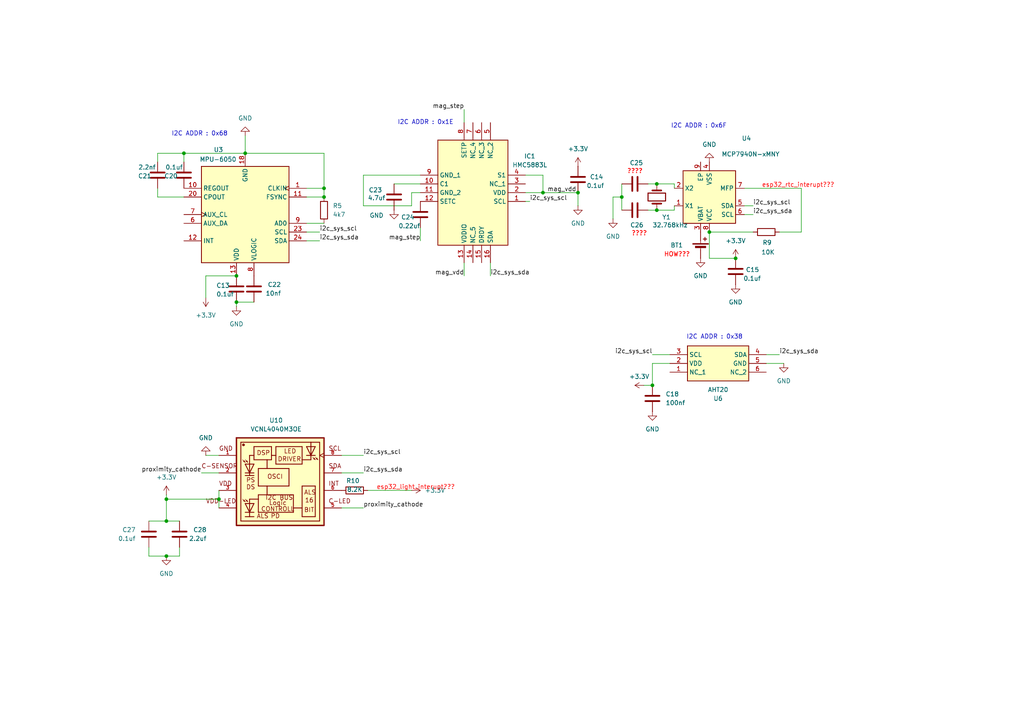
<source format=kicad_sch>
(kicad_sch (version 20240417) (generator "eeschema") (generator_version "8.99")
  (paper "A4")
  (lib_symbols
    (symbol "AHT20:AHT20"
      (property "Reference" "U" (at 24.13 7.62 0))
      (property "Value" "AHT20" (at 24.13 5.08 0))
      (symbol "AHT20_1_1"
        (rectangle (start 5.08 2.54) (end 22.86 -7.62) (stroke (width 0.254)) (fill (type background)))
        (pin passive line (at 0 0 0) (length 5.08) (name "NC_1") (number "1"))
        (pin passive line (at 0 -2.54 0) (length 5.08) (name "VDD") (number "2"))
        (pin passive line (at 0 -5.08 0) (length 5.08) (name "SCL") (number "3"))
        (pin passive line (at 27.94 -5.08 180) (length 5.08) (name "SDA") (number "4"))
        (pin passive line (at 27.94 -2.54 180) (length 5.08) (name "GND") (number "5"))
        (pin passive line (at 27.94 0 180) (length 5.08) (name "NC_2") (number "6"))
      )
    )
    (symbol "Device:Battery_Cell" (pin_numbers hide) (pin_names (offset 0) hide)
      (property "Reference" "BT" (at 2.54 2.54 0))
      (property "Value" "Battery_Cell" (at 2.54 0 0))
      (symbol "Battery_Cell_0_1"
        (rectangle (start -2.286 1.778) (end 2.286 1.524) (fill (type outline)))
        (rectangle (start -1.524 1.016) (end 1.524 0.508) (fill (type outline)))
        (polyline (pts (xy 0 1.778) (xy 0 2.54)))
        (polyline (pts (xy 0 0.762) (xy 0 0)))
        (polyline (pts (xy 0.762 3.048) (xy 1.778 3.048)) (stroke (width 0.254)))
        (polyline (pts (xy 1.27 3.556) (xy 1.27 2.54)) (stroke (width 0.254)))
      )
      (symbol "Battery_Cell_1_1"
        (pin passive line (at 0 5.08 270) (length 2.54) (name "+") (number "1"))
        (pin passive line (at 0 -2.54 90) (length 2.54) (name "-") (number "2"))
      )
    )
    (symbol "Device:C" (pin_numbers hide) (pin_names (offset 0.254))
      (property "Reference" "C" (at 0.635 2.54 0))
      (property "Value" "C" (at 0.635 -2.54 0))
      (symbol "C_0_1"
        (polyline (pts (xy -2.032 0.762) (xy 2.032 0.762)) (stroke (width 0.508)))
        (polyline (pts (xy -2.032 -0.762) (xy 2.032 -0.762)) (stroke (width 0.508)))
      )
      (symbol "C_1_1"
        (pin passive line (at 0 3.81 270) (length 2.794) (name "~") (number "1"))
        (pin passive line (at 0 -3.81 90) (length 2.794) (name "~") (number "2"))
      )
    )
    (symbol "Device:Crystal" (pin_numbers hide) (pin_names (offset 1.016) hide)
      (property "Reference" "Y" (at 0 3.81 0))
      (property "Value" "Crystal" (at 0 -3.81 0))
      (symbol "Crystal_0_1"
        (polyline (pts (xy -2.54 0) (xy -1.905 0)))
        (polyline (pts (xy -1.905 -1.27) (xy -1.905 1.27)) (stroke (width 0.508)))
        (rectangle (start -1.143 2.54) (end 1.143 -2.54) (stroke (width 0.3048)))
        (polyline (pts (xy 1.905 -1.27) (xy 1.905 1.27)) (stroke (width 0.508)))
        (polyline (pts (xy 2.54 0) (xy 1.905 0)))
      )
      (symbol "Crystal_1_1"
        (pin passive line (at -3.81 0 0) (length 1.27) (name "1") (number "1"))
        (pin passive line (at 3.81 0 180) (length 1.27) (name "2") (number "2"))
      )
    )
    (symbol "Device:R" (pin_numbers hide) (pin_names (offset 0))
      (property "Reference" "R" (at 2.032 0 90))
      (property "Value" "R" (at 0 0 90))
      (symbol "R_0_1"
        (rectangle (start -1.016 -2.54) (end 1.016 2.54) (stroke (width 0.254)))
      )
      (symbol "R_1_1"
        (pin passive line (at 0 3.81 270) (length 1.27) (name "~") (number "1"))
        (pin passive line (at 0 -3.81 90) (length 1.27) (name "~") (number "2"))
      )
    )
    (symbol "HMC5883L:HMC5883L"
      (property "Reference" "IC" (at 26.67 17.78 0))
      (property "Value" "HMC5883L" (at 26.67 15.24 0))
      (symbol "HMC5883L_1_1"
        (rectangle (start 5.08 12.7) (end 25.4 -17.78) (stroke (width 0.254)) (fill (type background)))
        (pin passive line (at 0 0 0) (length 5.08) (name "SCL") (number "1"))
        (pin passive line (at 30.48 -5.08 180) (length 5.08) (name "C1") (number "10"))
        (pin passive line (at 30.48 -2.54 180) (length 5.08) (name "GND_2") (number "11"))
        (pin passive line (at 30.48 0 180) (length 5.08) (name "SETC") (number "12"))
        (pin passive line (at 17.78 17.78 270) (length 5.08) (name "VDDIO") (number "13"))
        (pin passive line (at 15.24 17.78 270) (length 5.08) (name "NC_5") (number "14"))
        (pin passive line (at 12.7 17.78 270) (length 5.08) (name "DRDY") (number "15"))
        (pin passive line (at 10.16 17.78 270) (length 5.08) (name "SDA") (number "16"))
        (pin passive line (at 0 -2.54 0) (length 5.08) (name "VDD") (number "2"))
        (pin passive line (at 0 -5.08 0) (length 5.08) (name "NC_1") (number "3"))
        (pin passive line (at 0 -7.62 0) (length 5.08) (name "S1") (number "4"))
        (pin passive line (at 10.16 -22.86 90) (length 5.08) (name "NC_2") (number "5"))
        (pin passive line (at 12.7 -22.86 90) (length 5.08) (name "NC_3") (number "6"))
        (pin passive line (at 15.24 -22.86 90) (length 5.08) (name "NC_4") (number "7"))
        (pin passive line (at 17.78 -22.86 90) (length 5.08) (name "SETP") (number "8"))
        (pin passive line (at 30.48 -7.62 180) (length 5.08) (name "GND_1") (number "9"))
      )
    )
    (symbol "Sensor_Motion:MPU-6050"
      (property "Reference" "U" (at -11.43 13.97 0))
      (property "Value" "MPU-6050" (at 7.62 -15.24 0))
      (symbol "MPU-6050_0_0"
        (text "" (at 12.7 -2.54 0) (effects (font (size 1.27 1.27))))
      )
      (symbol "MPU-6050_0_1"
        (rectangle (start -12.7 13.97) (end 12.7 -13.97) (stroke (width 0.254)) (fill (type background)))
      )
      (symbol "MPU-6050_1_1"
        (pin input clock (at -17.78 -7.62 0) (length 5.08) (name "CLKIN") (number "1"))
        (pin passive line (at 17.78 -7.62 180) (length 5.08) (name "REGOUT") (number "10"))
        (pin input line (at -17.78 -5.08 0) (length 5.08) (name "FSYNC") (number "11"))
        (pin output line (at 17.78 7.62 180) (length 5.08) (name "INT") (number "12"))
        (pin power_in line (at 2.54 17.78 270) (length 3.81) (name "VDD") (number "13"))
        (pin no_connect line (at -12.7 -10.16 0) (length 2.54) hide (name "NC") (number "14"))
        (pin no_connect line (at 12.7 12.7 180) (length 2.54) hide (name "NC") (number "15"))
        (pin no_connect line (at 12.7 10.16 180) (length 2.54) hide (name "NC") (number "16"))
        (pin no_connect line (at 12.7 5.08 180) (length 2.54) hide (name "NC") (number "17"))
        (pin power_in line (at 0 -17.78 90) (length 3.81) (name "GND") (number "18"))
        (pin no_connect line (at 12.7 -10.16 180) (length 2.54) hide (name "RESV") (number "19"))
        (pin no_connect line (at -12.7 12.7 0) (length 2.54) hide (name "NC") (number "2"))
        (pin passive line (at 17.78 -5.08 180) (length 5.08) (name "CPOUT") (number "20"))
        (pin no_connect line (at 12.7 -2.54 180) (length 2.54) hide (name "RESV") (number "21"))
        (pin no_connect line (at 12.7 -12.7 180) (length 2.54) hide (name "RESV") (number "22"))
        (pin input line (at -17.78 5.08 0) (length 5.08) (name "SCL") (number "23"))
        (pin bidirectional line (at -17.78 7.62 0) (length 5.08) (name "SDA") (number "24"))
        (pin no_connect line (at -12.7 10.16 0) (length 2.54) hide (name "NC") (number "3"))
        (pin no_connect line (at -12.7 0 0) (length 2.54) hide (name "NC") (number "4"))
        (pin no_connect line (at -12.7 -2.54 0) (length 2.54) hide (name "NC") (number "5"))
        (pin bidirectional line (at 17.78 2.54 180) (length 5.08) (name "AUX_DA") (number "6"))
        (pin output clock (at 17.78 0 180) (length 5.08) (name "AUX_CL") (number "7"))
        (pin power_in line (at -2.54 17.78 270) (length 3.81) (name "VLOGIC") (number "8"))
        (pin input line (at -17.78 2.54 0) (length 5.08) (name "AD0") (number "9"))
      )
    )
    (symbol "Timer_RTC:MCP7940N-xMNY"
      (property "Reference" "U" (at -6.35 8.89 0))
      (property "Value" "MCP7940N-xMNY" (at 11.43 8.89 0))
      (symbol "MCP7940N-xMNY_0_1"
        (rectangle (start -7.62 7.62) (end 7.62 -7.62) (stroke (width 0.254)) (fill (type background)))
      )
      (symbol "MCP7940N-xMNY_1_1"
        (pin input line (at 10.16 2.54 180) (length 2.54) (name "X1") (number "1"))
        (pin output line (at 10.16 -2.54 180) (length 2.54) (name "X2") (number "2"))
        (pin power_in line (at 2.54 10.16 270) (length 2.54) (name "VBAT") (number "3"))
        (pin power_in line (at 0 -10.16 90) (length 2.54) (name "VSS") (number "4"))
        (pin bidirectional line (at -10.16 2.54 0) (length 2.54) (name "SDA") (number "5"))
        (pin input line (at -10.16 5.08 0) (length 2.54) (name "SCL") (number "6"))
        (pin open_collector line (at -10.16 -2.54 0) (length 2.54) (name "MFP") (number "7"))
        (pin power_in line (at 0 10.16 270) (length 2.54) (name "VCC") (number "8"))
        (pin power_in line (at 2.54 -10.16 90) (length 2.54) (name "EP") (number "9"))
      )
    )
    (symbol "VCNL4040M3OE:VCNL4040M3OE" (pin_names (offset 1.016))
      (property "Reference" "U" (at -5.0878 13.9915 0))
      (property "Value" "VCNL4040M3OE" (at -5.0849 -15.2548 0))
      (symbol "VCNL4040M3OE_0_0"
        (rectangle (start -12.7 -12.7) (end 12.7 12.7) (stroke (width 0.4064)) (fill (type background)))
        (polyline (pts (xy -11.43 11.43) (xy 8.89 11.43)) (stroke (width 0.254)))
        (polyline (pts (xy -11.43 -11.43) (xy -11.43 11.43)) (stroke (width 0.254)))
        (polyline (pts (xy -10.922 6.35) (xy -10.16 5.588)) (stroke (width 0.127)))
        (polyline (pts (xy -10.922 -5.08) (xy -10.16 -5.842)) (stroke (width 0.127)))
        (circle (center -10.668 10.668) (radius 0.254) (stroke (width 0.254)))
        (circle (center -10.668 10.668) (radius 0.1796) (stroke (width 0.254)))
        (polyline (pts (xy -10.668 5.842) (xy -10.16 5.588)) (stroke (width 0.127)))
        (polyline (pts (xy -10.668 -5.588) (xy -10.16 -5.842)) (stroke (width 0.127)))
        (circle (center -10.541 10.668) (radius 0.127) (stroke (width 0.254)))
        (polyline (pts (xy -10.414 6.096) (xy -10.668 5.842)) (stroke (width 0.127)))
        (polyline (pts (xy -10.414 -5.334) (xy -10.668 -5.588)) (stroke (width 0.127)))
        (polyline (pts (xy -10.16 6.35) (xy -9.398 5.588)) (stroke (width 0.127)))
        (polyline (pts (xy -10.16 5.588) (xy -10.414 6.096)) (stroke (width 0.127)))
        (polyline (pts (xy -10.16 5.08) (xy -7.62 5.08)) (stroke (width 0.254)))
        (polyline (pts (xy -10.16 2.54) (xy -7.62 2.54)) (stroke (width 0.254)))
        (polyline (pts (xy -10.16 -5.08) (xy -9.398 -5.842)) (stroke (width 0.127)))
        (polyline (pts (xy -10.16 -5.842) (xy -10.414 -5.334)) (stroke (width 0.127)))
        (polyline (pts (xy -10.16 -6.35) (xy -8.89 -8.89)) (stroke (width 0.254)))
        (polyline (pts (xy -9.906 5.842) (xy -9.398 5.588)) (stroke (width 0.127)))
        (polyline (pts (xy -9.906 -5.588) (xy -9.398 -5.842)) (stroke (width 0.127)))
        (polyline (pts (xy -9.652 6.096) (xy -9.906 5.842)) (stroke (width 0.127)))
        (polyline (pts (xy -9.652 -5.334) (xy -9.906 -5.588)) (stroke (width 0.127)))
        (polyline (pts (xy -9.398 5.588) (xy -9.652 6.096)) (stroke (width 0.127)))
        (polyline (pts (xy -9.398 -5.842) (xy -9.652 -5.334)) (stroke (width 0.127)))
        (polyline (pts (xy -8.89 7.62) (xy -8.89 2.54)) (stroke (width 0.254)))
        (polyline (pts (xy -8.89 2.54) (xy -10.16 5.08)) (stroke (width 0.254)))
        (polyline (pts (xy -8.89 2.54) (xy -8.89 1.778)) (stroke (width 0.254)))
        (polyline (pts (xy -8.89 1.778) (xy -7.62 1.778)) (stroke (width 0.254)))
        (polyline (pts (xy -8.89 1.778) (xy -10.16 1.778)) (stroke (width 0.254)))
        (polyline (pts (xy -8.89 -5.08) (xy -8.89 -8.89)) (stroke (width 0.254)))
        (polyline (pts (xy -8.89 -8.89) (xy -8.89 -10.16)) (stroke (width 0.254)))
        (polyline (pts (xy -8.89 -8.89) (xy -7.62 -6.35)) (stroke (width 0.254)))
        (polyline (pts (xy -8.89 -10.16) (xy -7.62 -10.16)) (stroke (width 0.254)))
        (polyline (pts (xy -8.89 -10.16) (xy -10.16 -10.16)) (stroke (width 0.254)))
        (polyline (pts (xy -7.62 10.16) (xy -7.62 7.62)) (stroke (width 0.254)))
        (polyline (pts (xy -7.62 7.62) (xy -7.62 6.35)) (stroke (width 0.254)))
        (polyline (pts (xy -7.62 7.62) (xy -8.89 7.62)) (stroke (width 0.254)))
        (polyline (pts (xy -7.62 6.35) (xy -3.81 6.35)) (stroke (width 0.254)))
        (polyline (pts (xy -7.62 5.08) (xy -8.89 2.54)) (stroke (width 0.254)))
        (polyline (pts (xy -7.62 -6.35) (xy -10.16 -6.35)) (stroke (width 0.254)))
        (polyline (pts (xy -7.62 -8.89) (xy -10.16 -8.89)) (stroke (width 0.254)))
        (polyline (pts (xy -6.35 3.81) (xy -6.35 -1.27)) (stroke (width 0.254)))
        (polyline (pts (xy -6.35 -1.27) (xy -3.81 -1.27)) (stroke (width 0.254)))
        (polyline (pts (xy -6.35 -3.81) (xy -6.35 -5.08)) (stroke (width 0.254)))
        (polyline (pts (xy -6.35 -5.08) (xy -6.35 -8.89)) (stroke (width 0.254)))
        (polyline (pts (xy -6.35 -5.08) (xy -8.89 -5.08)) (stroke (width 0.254)))
        (polyline (pts (xy -6.35 -8.89) (xy 3.81 -8.89)) (stroke (width 0.254)))
        (polyline (pts (xy -3.81 6.35) (xy -3.81 3.81)) (stroke (width 0.254)))
        (polyline (pts (xy -3.81 6.35) (xy -2.54 6.35)) (stroke (width 0.254)))
        (polyline (pts (xy -3.81 3.81) (xy -6.35 3.81)) (stroke (width 0.254)))
        (polyline (pts (xy -3.81 -1.27) (xy 2.54 -1.27)) (stroke (width 0.254)))
        (polyline (pts (xy -3.81 -1.27) (xy -3.81 -3.81)) (stroke (width 0.254)))
        (polyline (pts (xy -3.81 -3.81) (xy -6.35 -3.81)) (stroke (width 0.254)))
        (polyline (pts (xy -2.54 10.16) (xy -7.62 10.16)) (stroke (width 0.254)))
        (polyline (pts (xy -2.54 7.62) (xy -2.54 10.16)) (stroke (width 0.254)))
        (polyline (pts (xy -2.54 6.35) (xy -2.54 7.62)) (stroke (width 0.254)))
        (polyline (pts (xy -1.27 10.16) (xy -1.27 7.62)) (stroke (width 0.254)))
        (polyline (pts (xy -1.27 7.62) (xy -2.54 7.62)) (stroke (width 0.254)))
        (polyline (pts (xy -1.27 7.62) (xy -1.27 5.08)) (stroke (width 0.254)))
        (polyline (pts (xy -1.27 5.08) (xy 6.35 5.08)) (stroke (width 0.254)))
        (polyline (pts (xy 2.54 3.81) (xy -3.81 3.81)) (stroke (width 0.254)))
        (polyline (pts (xy 2.54 -1.27) (xy 2.54 3.81)) (stroke (width 0.254)))
        (polyline (pts (xy 3.81 -3.81) (xy -3.81 -3.81)) (stroke (width 0.254)))
        (polyline (pts (xy 3.81 -7.62) (xy 6.35 -7.62)) (stroke (width 0.254)))
        (polyline (pts (xy 3.81 -7.62) (xy 3.81 -3.81)) (stroke (width 0.254)))
        (polyline (pts (xy 3.81 -8.89) (xy 3.81 -7.62)) (stroke (width 0.254)))
        (polyline (pts (xy 6.35 10.16) (xy -1.27 10.16)) (stroke (width 0.254)))
        (polyline (pts (xy 6.35 6.35) (xy 8.89 6.35)) (stroke (width 0.254)))
        (polyline (pts (xy 6.35 6.35) (xy 6.35 10.16)) (stroke (width 0.254)))
        (polyline (pts (xy 6.35 5.08) (xy 6.35 6.35)) (stroke (width 0.254)))
        (polyline (pts (xy 6.35 -1.27) (xy 10.16 -1.27)) (stroke (width 0.254)))
        (polyline (pts (xy 6.35 -7.62) (xy 6.35 -1.27)) (stroke (width 0.254)))
        (polyline (pts (xy 6.35 -10.16) (xy 6.35 -7.62)) (stroke (width 0.254)))
        (polyline (pts (xy 7.62 10.16) (xy 8.89 7.62)) (stroke (width 0.254)))
        (polyline (pts (xy 7.62 7.62) (xy 10.16 7.62)) (stroke (width 0.254)))
        (polyline (pts (xy 8.89 11.43) (xy 11.43 11.43)) (stroke (width 0.254)))
        (polyline (pts (xy 8.89 7.62) (xy 10.16 10.16)) (stroke (width 0.254)))
        (polyline (pts (xy 8.89 7.62) (xy 8.89 11.43)) (stroke (width 0.254)))
        (polyline (pts (xy 8.89 6.35) (xy 8.89 7.62)) (stroke (width 0.254)))
        (polyline (pts (xy 9.398 7.112) (xy 10.16 6.35)) (stroke (width 0.127)))
        (polyline (pts (xy 9.652 6.604) (xy 10.16 6.35)) (stroke (width 0.127)))
        (polyline (pts (xy 9.906 6.858) (xy 9.652 6.604)) (stroke (width 0.127)))
        (polyline (pts (xy 10.16 10.16) (xy 7.62 10.16)) (stroke (width 0.254)))
        (polyline (pts (xy 10.16 7.112) (xy 10.922 6.35)) (stroke (width 0.127)))
        (polyline (pts (xy 10.16 6.35) (xy 9.906 6.858)) (stroke (width 0.127)))
        (polyline (pts (xy 10.16 -1.27) (xy 10.16 -10.16)) (stroke (width 0.254)))
        (polyline (pts (xy 10.16 -10.16) (xy 6.35 -10.16)) (stroke (width 0.254)))
        (polyline (pts (xy 10.414 6.604) (xy 10.922 6.35)) (stroke (width 0.127)))
        (polyline (pts (xy 10.668 6.858) (xy 10.414 6.604)) (stroke (width 0.127)))
        (polyline (pts (xy 10.922 6.35) (xy 10.668 6.858)) (stroke (width 0.127)))
        (polyline (pts (xy 11.43 11.43) (xy 11.43 -11.43)) (stroke (width 0.254)))
        (polyline (pts (xy 11.43 -11.43) (xy -11.43 -11.43)) (stroke (width 0.254)))
        (text "C-SENSOR" (at -22.8829 3.8138 0) (effects (font (size 1.2713 1.2713)) (justify left bottom)))
        (text "VDD-LED" (at -21.6 -6.3529 0) (effects (font (size 1.2706 1.2706)) (justify left bottom)))
        (text "GND" (at -17.8006 8.9003 0) (effects (font (size 1.2715 1.2715)) (justify left bottom)))
        (text "VDD" (at -17.7928 -1.2709 0) (effects (font (size 1.2709 1.2709)) (justify left bottom)))
        (text "PS" (at -9.9181 -0.2543 0) (effects (font (size 1.2716 1.2716)) (justify left bottom)))
        (text "DS" (at -9.9085 -2.2866 0) (effects (font (size 1.2703 1.2703)) (justify left bottom)))
        (text "ALS" (at -6.8688 -10.6848 0) (effects (font (size 1.272 1.272)) (justify left bottom)))
        (text "DSP" (at -6.8687 7.6319 0) (effects (font (size 1.272 1.272)) (justify left bottom)))
        (text "CONTROLL" (at -5.593 -8.6437 0) (effects (font (size 1.2711 1.2711)) (justify left bottom)))
        (text "I2C BUS" (at -4.3216 -5.3384 0) (effects (font (size 1.2711 1.2711)) (justify left bottom)))
        (text "OSCI" (at -3.8134 0.7627 0) (effects (font (size 1.2711 1.2711)) (justify left bottom)))
        (text "Logic" (at -3.3078 -6.8701 0) (effects (font (size 1.2722 1.2722)) (justify left bottom)))
        (text "PD" (at -2.7947 -10.6706 0) (effects (font (size 1.2703 1.2703)) (justify left bottom)))
        (text "DRIVER" (at -0.7629 5.8487 0) (effects (font (size 1.2715 1.2715)) (justify left bottom)))
        (text "LED" (at 1.0163 8.1304 0) (effects (font (size 1.2704 1.2704)) (justify left bottom)))
        (text "BIT" (at 6.8643 -8.8982 0) (effects (font (size 1.2712 1.2712)) (justify left bottom)))
        (text "ALS" (at 6.8677 -3.8154 0) (effects (font (size 1.2718 1.2718)) (justify left bottom)))
        (text "16" (at 7.116 -6.0994 0) (effects (font (size 1.2707 1.2707)) (justify left bottom)))
        (text "INT" (at 13.9802 -1.2709 0) (effects (font (size 1.2709 1.2709)) (justify left bottom)))
        (text "C-LED" (at 13.9811 -6.355 0) (effects (font (size 1.271 1.271)) (justify left bottom)))
        (text "SDA" (at 13.9854 3.8142 0) (effects (font (size 1.2714 1.2714)) (justify left bottom)))
        (text "SCL" (at 13.9972 8.9073 0) (effects (font (size 1.2725 1.2725)) (justify left bottom)))
        (pin power_in line (at -17.78 7.62 0) (length 5.08) (name "~") (number "1"))
        (pin output line (at -17.78 2.54 0) (length 5.08) (name "~") (number "2"))
        (pin power_in line (at -17.78 -2.54 0) (length 5.08) (name "~") (number "3"))
        (pin power_in line (at -17.78 -7.62 0) (length 5.08) (name "~") (number "4"))
        (pin output line (at 17.78 -7.62 180) (length 5.08) (name "~") (number "5"))
        (pin output line (at 17.78 -2.54 180) (length 5.08) (name "~") (number "6"))
        (pin bidirectional line (at 17.78 2.54 180) (length 5.08) (name "~") (number "7"))
        (pin input clock (at 17.78 7.62 180) (length 5.08) (name "~") (number "8"))
      )
    )
    (symbol "power:+3.3V" (power) (pin_numbers hide) (pin_names (offset 0) hide)
      (property "Value" "+3.3V" (at 0 3.556 0))
      (symbol "+3.3V_0_1"
        (polyline (pts (xy -0.762 1.27) (xy 0 2.54)))
        (polyline (pts (xy 0 2.54) (xy 0.762 1.27)))
        (polyline (pts (xy 0 0) (xy 0 2.54)))
      )
      (symbol "+3.3V_1_1"
        (pin power_in line (at 0 0 90) (length 0) (name "~") (number "1"))
      )
    )
    (symbol "power:GND" (power) (pin_numbers hide) (pin_names (offset 0) hide)
      (property "Value" "GND" (at 0 -3.81 0))
      (symbol "GND_0_1"
        (polyline (pts (xy 0 0) (xy 0 -1.27) (xy 1.27 -1.27) (xy 0 -2.54) (xy -1.27 -1.27) (xy 0 -1.27)))
      )
      (symbol "GND_1_1"
        (pin power_in line (at 0 0 270) (length 0) (name "~") (number "1"))
      )
    )
  )
  (text "I2C ADDR : 0x6F" (at 202.692 36.576 0) (effects (font (size 1.27 1.27))))
  (text "I2C ADDR : 0x1E" (at 123.444 35.56 0) (effects (font (size 1.27 1.27))))
  (text "I2C ADDR : 0x38" (at 207.264 97.79 0) (effects (font (size 1.27 1.27))))
  (text "I2C ADDR : 0x68" (at 57.912 38.862 0) (effects (font (size 1.27 1.27))))
  (junction (at 68.58 80.01))
  (junction (at 213.36 74.93))
  (junction (at 63.5 144.78))
  (junction (at 93.98 54.61))
  (junction (at 48.26 144.78))
  (junction (at 157.48 55.88))
  (junction (at 71.12 44.45))
  (junction (at 190.5 53.34))
  (junction (at 48.26 151.13))
  (junction (at 189.23 111.76))
  (junction (at 167.64 55.88))
  (junction (at 93.98 57.15))
  (junction (at 180.34 57.15))
  (junction (at 53.34 44.45))
  (junction (at 205.74 67.31))
  (junction (at 68.58 87.63))
  (junction (at 190.5 60.96))
  (junction (at 48.26 161.29))
  (wire (pts (xy 45.72 54.61) (xy 45.72 57.15)))
  (wire (pts (xy 68.58 87.63) (xy 68.58 88.9)))
  (wire (pts (xy 88.9 69.85) (xy 92.71 69.85)))
  (wire (pts (xy 157.48 55.88) (xy 167.64 55.88)))
  (wire (pts (xy 190.5 53.34) (xy 195.58 53.34)))
  (wire (pts (xy 52.07 161.29) (xy 48.26 161.29)))
  (wire (pts (xy 195.58 59.69) (xy 195.58 60.96)))
  (wire (pts (xy 189.23 105.41) (xy 189.23 111.76)))
  (wire (pts (xy 215.9 54.61) (xy 232.41 54.61)))
  (wire (pts (xy 45.72 46.99) (xy 45.72 44.45)))
  (wire (pts (xy 205.74 67.31) (xy 205.74 74.93)))
  (wire (pts (xy 52.07 151.13) (xy 48.26 151.13)))
  (wire (pts (xy 142.24 76.2) (xy 142.24 80.01)))
  (wire (pts (xy 48.26 143.51) (xy 48.26 144.78)))
  (wire (pts (xy 48.26 144.78) (xy 48.26 151.13)))
  (wire (pts (xy 218.44 67.31) (xy 205.74 67.31)))
  (wire (pts (xy 180.34 53.34) (xy 180.34 57.15)))
  (wire (pts (xy 45.72 57.15) (xy 53.34 57.15)))
  (wire (pts (xy 190.5 60.96) (xy 195.58 60.96)))
  (wire (pts (xy 88.9 54.61) (xy 93.98 54.61)))
  (wire (pts (xy 58.42 137.16) (xy 63.5 137.16)))
  (wire (pts (xy 205.74 74.93) (xy 213.36 74.93)))
  (wire (pts (xy 190.5 60.96) (xy 187.96 60.96)))
  (wire (pts (xy 134.62 31.75) (xy 134.62 35.56)))
  (wire (pts (xy 59.69 80.01) (xy 59.69 86.36)))
  (wire (pts (xy 53.34 44.45) (xy 53.34 46.99)))
  (wire (pts (xy 121.92 55.88) (xy 119.38 55.88)))
  (wire (pts (xy 48.26 144.78) (xy 63.5 144.78)))
  (wire (pts (xy 232.41 67.31) (xy 226.06 67.31)))
  (wire (pts (xy 105.41 50.8) (xy 105.41 59.69)))
  (wire (pts (xy 152.4 55.88) (xy 157.48 55.88)))
  (wire (pts (xy 63.5 144.78) (xy 63.5 147.32)))
  (wire (pts (xy 43.18 161.29) (xy 43.18 158.75)))
  (wire (pts (xy 59.69 132.08) (xy 63.5 132.08)))
  (wire (pts (xy 121.92 66.04) (xy 121.92 69.85)))
  (wire (pts (xy 180.34 57.15) (xy 180.34 60.96)))
  (wire (pts (xy 222.25 102.87) (xy 226.06 102.87)))
  (wire (pts (xy 52.07 158.75) (xy 52.07 161.29)))
  (wire (pts (xy 43.18 161.29) (xy 48.26 161.29)))
  (wire (pts (xy 48.26 151.13) (xy 43.18 151.13)))
  (wire (pts (xy 189.23 105.41) (xy 194.31 105.41)))
  (wire (pts (xy 63.5 142.24) (xy 63.5 144.78)))
  (wire (pts (xy 88.9 64.77) (xy 93.98 64.77)))
  (wire (pts (xy 99.06 137.16) (xy 105.41 137.16)))
  (wire (pts (xy 189.23 102.87) (xy 194.31 102.87)))
  (wire (pts (xy 93.98 44.45) (xy 71.12 44.45)))
  (wire (pts (xy 68.58 87.63) (xy 73.66 87.63)))
  (wire (pts (xy 93.98 57.15) (xy 88.9 57.15)))
  (wire (pts (xy 190.5 53.34) (xy 187.96 53.34)))
  (wire (pts (xy 45.72 44.45) (xy 53.34 44.45)))
  (wire (pts (xy 222.25 105.41) (xy 227.33 105.41)))
  (wire (pts (xy 93.98 54.61) (xy 93.98 57.15)))
  (wire (pts (xy 119.38 55.88) (xy 119.38 59.69)))
  (wire (pts (xy 195.58 54.61) (xy 195.58 53.34)))
  (wire (pts (xy 152.4 50.8) (xy 157.48 50.8)))
  (wire (pts (xy 215.9 59.69) (xy 218.44 59.69)))
  (wire (pts (xy 114.3 53.34) (xy 121.92 53.34)))
  (wire (pts (xy 167.64 55.88) (xy 167.64 59.69)))
  (wire (pts (xy 105.41 59.69) (xy 119.38 59.69)))
  (wire (pts (xy 53.34 44.45) (xy 71.12 44.45)))
  (wire (pts (xy 99.06 132.08) (xy 105.41 132.08)))
  (wire (pts (xy 153.67 58.42) (xy 152.4 58.42)))
  (wire (pts (xy 232.41 54.61) (xy 232.41 67.31)))
  (wire (pts (xy 177.8 63.5) (xy 177.8 57.15)))
  (wire (pts (xy 215.9 62.23) (xy 218.44 62.23)))
  (wire (pts (xy 59.69 80.01) (xy 68.58 80.01)))
  (wire (pts (xy 88.9 67.31) (xy 92.71 67.31)))
  (wire (pts (xy 93.98 54.61) (xy 93.98 44.45)))
  (wire (pts (xy 157.48 50.8) (xy 157.48 55.88)))
  (wire (pts (xy 119.38 142.24) (xy 106.68 142.24)))
  (wire (pts (xy 121.92 50.8) (xy 105.41 50.8)))
  (wire (pts (xy 71.12 39.37) (xy 71.12 44.45)))
  (wire (pts (xy 134.62 76.2) (xy 134.62 80.01)))
  (wire (pts (xy 99.06 147.32) (xy 105.41 147.32)))
  (wire (pts (xy 189.23 111.76) (xy 186.69 111.76)))
  (wire (pts (xy 177.8 57.15) (xy 180.34 57.15)))
  (label "mag_step" (at 134.62 31.75 180))
  (label "mag_vdd" (at 134.62 80.01 180))
  (label "i2c_sys_scl" (at 105.41 132.08 0))
  (label "i2c_sys_sda" (at 218.44 62.23 0))
  (label "i2c_sys_scl" (at 189.23 102.87 180))
  (label "esp32_rtc_interupt???" (at 220.98 54.61 0))
  (label "i2c_sys_sda" (at 92.71 69.85 0))
  (label "proximity_cathode" (at 58.42 137.16 180))
  (label "esp32_light_interupt???" (at 109.22 142.24 0))
  (label "i2c_sys_sda" (at 142.24 80.01 0))
  (label "proximity_cathode" (at 105.41 147.32 0))
  (label "mag_vdd" (at 158.75 55.88 0))
  (label "mag_step" (at 121.92 69.85 180))
  (label "i2c_sys_scl" (at 218.44 59.69 0))
  (label "i2c_sys_scl" (at 153.67 58.42 0))
  (label "i2c_sys_scl" (at 92.71 67.31 0))
  (label "i2c_sys_sda" (at 226.06 102.87 0))
  (label "i2c_sys_sda" (at 105.41 137.16 0))
  (symbol (lib_id "HMC5883L:HMC5883L") (at 152.4 58.42 180) (unit 1)
    (property "Reference" "IC1" (at 153.67 45.3038 0))
    (property "Value" "HMC5883L" (at 153.67 47.8438 0))
    (property "Footprint" "HMC5883L" (effects (hide yes)))
    (property "Datasheet" "http://www.farnell.com/datasheets/1683374.pdf" (effects (hide yes)))
    (property "Description" "Three-Axis Digital Compass IC" (effects (hide yes)))
    (property "Height" "0.9" (effects (hide yes)))
    (property "Manufacturer_Name" "Honeywell" (effects (hide yes)))
    (property "Manufacturer_Part_Number" "HMC5883L" (effects (hide yes)))
  )
  (symbol (lib_id "power:GND") (at 189.23 119.38 0) (unit 1)
    (property "Reference" "#PWR033" (effects (hide yes)))
    (property "Value" "GND" (at 189.23 124.46 0))
    (property "Description" "Power symbol creates a global label with name \"GND\" , ground" (effects (hide yes)))
  )
  (symbol (lib_id "Device:C") (at 68.58 83.82 0) (mirror y) (unit 1)
    (property "Reference" "C13" (at 62.738 82.804 0) (effects (justify right)))
    (property "Value" "0.1uf" (at 62.738 85.344 0) (effects (justify right)))
    (property "Description" "Unpolarized capacitor" (effects (hide yes)))
  )
  (symbol (lib_id "Device:C") (at 53.34 50.8 180) (unit 1)
    (property "Reference" "C20" (at 51.562 51.054 0) (effects (justify left)))
    (property "Value" "0.1uf" (at 53.086 48.514 0) (effects (justify left)))
    (property "Description" "Unpolarized capacitor" (effects (hide yes)))
  )
  (symbol (lib_id "power:GND") (at 213.36 82.55 0) (mirror y) (unit 1)
    (property "Reference" "#PWR031" (effects (hide yes)))
    (property "Value" "GND" (at 213.36 87.63 0))
    (property "Description" "Power symbol creates a global label with name \"GND\" , ground" (effects (hide yes)))
  )
  (symbol (lib_id "power:GND") (at 177.8 63.5 0) (mirror y) (unit 1)
    (property "Reference" "#PWR039" (effects (hide yes)))
    (property "Value" "GND" (at 177.8 68.58 0))
    (property "Description" "Power symbol creates a global label with name \"GND\" , ground" (effects (hide yes)))
  )
  (symbol (lib_id "Sensor_Motion:MPU-6050") (at 71.12 62.23 180) (unit 1)
    (property "Reference" "U3" (at 61.976 43.434 0) (effects (justify right)))
    (property "Value" "MPU-6050" (at 57.912 46.228 0) (effects (justify right)))
    (property "Footprint" "Sensor_Motion:InvenSense_QFN-24_4x4mm_P0.5mm" (effects (hide yes)))
    (property "Datasheet" "https://invensense.tdk.com/wp-content/uploads/2015/02/MPU-6000-Datasheet1.pdf" (effects (hide yes)))
    (property "Description" "InvenSense 6-Axis Motion Sensor, Gyroscope, Accelerometer, I2C" (effects (hide yes)))
  )
  (symbol (lib_id "Device:C") (at 121.92 62.23 0) (unit 1)
    (property "Reference" "C24" (at 116.332 62.992 0) (effects (justify left)))
    (property "Value" "0.22uf" (at 115.57 65.532 0) (effects (justify left)))
    (property "Description" "Unpolarized capacitor" (effects (hide yes)))
  )
  (symbol (lib_id "VCNL4040M3OE:VCNL4040M3OE") (at 81.28 139.7 0) (unit 1)
    (property "Reference" "U10" (at 80.0876 121.92 0))
    (property "Value" "VCNL4040M3OE" (at 80.0876 124.46 0))
    (property "Footprint" "VCNL4040M3OE:VISHAY_VCNL4040_4X2X1.1" (effects (hide yes)))
    (property "TAPE_REEL" "YES" (effects (hide yes)))
    (property "MF" "Vishay" (effects (hide yes)))
    (property "Description_1" "\nOptical Sensor Ambient 550nm I2C 8-SMD Module\n" (effects (hide yes)))
    (property "Package" "None" (effects (hide yes)))
    (property "Price" "None" (effects (hide yes)))
    (property "VOLUME" "MOQ: 2500 pcs" (effects (hide yes)))
    (property "SnapEDA_Link" "https://www.snapeda.com/parts/VCNL4040M3OE/Vishay+Semiconductor+Opto+Division/view-part/?ref=snap" (effects (hide yes)))
    (property "MP" "VCNL4040M3OE" (effects (hide yes)))
    (property "Availability" "In Stock" (effects (hide yes)))
    (property "Check_prices" "https://www.snapeda.com/parts/VCNL4040M3OE/Vishay+Semiconductor+Opto+Division/view-part/?ref=eda" (effects (hide yes)))
  )
  (symbol (lib_id "power:GND") (at 227.33 105.41 0) (unit 1)
    (property "Reference" "#PWR043" (effects (hide yes)))
    (property "Value" "GND" (at 227.33 110.49 0))
    (property "Description" "Power symbol creates a global label with name \"GND\" , ground" (effects (hide yes)))
  )
  (symbol (lib_id "AHT20:AHT20") (at 194.31 107.95 0) (mirror x) (unit 1)
    (property "Reference" "U6" (at 208.28 115.57 0))
    (property "Value" "AHT20" (at 208.28 113.03 0))
    (property "Footprint" "AHT20" (effects (hide yes)))
    (property "Datasheet" "http://www.aosong.com/userfiles/files/media/Data%20Sheet%20AHT20.pdf" (effects (hide yes)))
    (property "Description" "Integrated temperature and humidity Sensor DC : 2.2 - 5.5V, 0 ~ 100% RH, -40 ~ + 85 ." (effects (hide yes)))
    (property "Height" "1.1" (effects (hide yes)))
    (property "Manufacturer_Name" "Aosong" (effects (hide yes)))
    (property "Manufacturer_Part_Number" "AHT20" (effects (hide yes)))
  )
  (symbol (lib_id "power:+3.3V") (at 59.69 86.36 0) (mirror x) (unit 1)
    (property "Reference" "#PWR027" (effects (hide yes)))
    (property "Value" "+3.3V" (at 59.69 91.44 0))
    (property "Description" "Power symbol creates a global label with name \"+3.3V\"" (effects (hide yes)))
  )
  (symbol (lib_id "Device:R") (at 102.87 142.24 90) (unit 1)
    (property "Reference" "R10" (at 102.362 139.446 90))
    (property "Value" "8.2K" (at 102.87 141.986 90))
    (property "Description" "Resistor" (effects (hide yes)))
  )
  (symbol (lib_id "power:+3.3V") (at 213.36 74.93 0) (mirror y) (unit 1)
    (property "Reference" "#PWR032" (effects (hide yes)))
    (property "Value" "+3.3V" (at 213.36 69.85 0))
    (property "Description" "Power symbol creates a global label with name \"+3.3V\"" (effects (hide yes)))
  )
  (symbol (lib_id "power:GND") (at 71.12 39.37 180) (unit 1)
    (property "Reference" "#PWR037" (effects (hide yes)))
    (property "Value" "GND" (at 71.12 34.29 0))
    (property "Description" "Power symbol creates a global label with name \"GND\" , ground" (effects (hide yes)))
  )
  (symbol (lib_id "power:GND") (at 48.26 161.29 0) (mirror y) (unit 1)
    (property "Reference" "#PWR046" (effects (hide yes)))
    (property "Value" "GND" (at 48.26 166.37 0))
    (property "Description" "Power symbol creates a global label with name \"GND\" , ground" (effects (hide yes)))
  )
  (symbol (lib_id "Device:C") (at 184.15 53.34 270) (mirror x) (unit 1)
    (property "Reference" "C25" (at 182.626 47.244 90) (effects (justify left)))
    (property "Value" "????" (at 181.864 49.53 90) (effects (justify left)))
    (property "Description" "Unpolarized capacitor" (effects (hide yes)))
  )
  (symbol (lib_id "power:+3.3V") (at 167.64 48.26 0) (unit 1)
    (property "Reference" "#PWR030" (effects (hide yes)))
    (property "Value" "+3.3V" (at 167.64 43.18 0))
    (property "Description" "Power symbol creates a global label with name \"+3.3V\"" (effects (hide yes)))
  )
  (symbol (lib_id "Device:C") (at 213.36 78.74 0) (mirror y) (unit 1)
    (property "Reference" "C15" (at 220.218 78.232 0) (effects (justify left)))
    (property "Value" "0.1uf" (at 220.726 80.772 0) (effects (justify left)))
    (property "Description" "Unpolarized capacitor" (effects (hide yes)))
  )
  (symbol (lib_id "power:+3.3V") (at 48.26 143.51 0) (mirror y) (unit 1)
    (property "Reference" "#PWR047" (effects (hide yes)))
    (property "Value" "+3.3V" (at 48.26 138.43 0))
    (property "Description" "Power symbol creates a global label with name \"+3.3V\"" (effects (hide yes)))
  )
  (symbol (lib_id "power:+3.3V") (at 119.38 142.24 270) (mirror x) (unit 1)
    (property "Reference" "#PWR048" (effects (hide yes)))
    (property "Value" "+3.3V" (at 123.19 142.2399 90) (effects (justify left)))
    (property "Description" "Power symbol creates a global label with name \"+3.3V\"" (effects (hide yes)))
  )
  (symbol (lib_id "Device:C") (at 43.18 154.94 0) (mirror y) (unit 1)
    (property "Reference" "C27" (at 39.37 153.6699 0) (effects (justify left)))
    (property "Value" "0.1uf" (at 39.37 156.2099 0) (effects (justify left)))
    (property "Description" "Unpolarized capacitor" (effects (hide yes)))
  )
  (symbol (lib_id "Device:C") (at 184.15 60.96 90) (mirror x) (unit 1)
    (property "Reference" "C26" (at 186.69 65.278 90) (effects (justify left)))
    (property "Value" "????" (at 187.706 67.564 90) (effects (justify left)))
    (property "Description" "Unpolarized capacitor" (effects (hide yes)))
  )
  (symbol (lib_id "Device:R") (at 222.25 67.31 90) (unit 1)
    (property "Reference" "R9" (at 222.504 70.358 90))
    (property "Value" "10K" (at 222.758 73.152 90))
    (property "Description" "Resistor" (effects (hide yes)))
  )
  (symbol (lib_id "power:GND") (at 205.74 46.99 0) (mirror x) (unit 1)
    (property "Reference" "#PWR040" (effects (hide yes)))
    (property "Value" "GND" (at 205.74 41.91 0))
    (property "Description" "Power symbol creates a global label with name \"GND\" , ground" (effects (hide yes)))
  )
  (symbol (lib_id "power:GND") (at 114.3 60.96 0) (unit 1)
    (property "Reference" "#PWR038" (effects (hide yes)))
    (property "Value" "GND" (at 109.22 62.484 0))
    (property "Description" "Power symbol creates a global label with name \"GND\" , ground" (effects (hide yes)))
  )
  (symbol (lib_id "Device:C") (at 189.23 115.57 0) (unit 1)
    (property "Reference" "C18" (at 193.04 114.2999 0) (effects (justify left)))
    (property "Value" "100nf" (at 193.04 116.8399 0) (effects (justify left)))
    (property "Description" "Unpolarized capacitor" (effects (hide yes)))
  )
  (symbol (lib_id "Device:Crystal") (at 190.5 57.15 90) (mirror x) (unit 1)
    (property "Reference" "Y1" (at 192.024 62.992 90) (effects (justify right)))
    (property "Value" "32.768kHz" (at 189.23 65.278 90) (effects (justify right)))
    (property "Description" "Two pin crystal" (effects (hide yes)))
  )
  (symbol (lib_id "power:GND") (at 68.58 88.9 0) (mirror y) (unit 1)
    (property "Reference" "#PWR028" (effects (hide yes)))
    (property "Value" "GND" (at 68.58 93.98 0))
    (property "Description" "Power symbol creates a global label with name \"GND\" , ground" (effects (hide yes)))
  )
  (symbol (lib_id "power:+3.3V") (at 186.69 111.76 90) (unit 1)
    (property "Reference" "#PWR034" (effects (hide yes)))
    (property "Value" "+3.3V" (at 185.42 109.22 90))
    (property "Description" "Power symbol creates a global label with name \"+3.3V\"" (effects (hide yes)))
  )
  (symbol (lib_id "Timer_RTC:MCP7940N-xMNY") (at 205.74 57.15 180) (unit 1)
    (property "Reference" "U4" (at 215.138 40.132 0) (effects (justify right)))
    (property "Value" "MCP7940N-xMNY" (at 209.296 44.704 0) (effects (justify right)))
    (property "Footprint" "Package_DFN_QFN:DFN-8-1EP_3x2mm_P0.5mm_EP1.36x1.46mm" (effects (hide yes)))
    (property "Datasheet" "http://ww1.microchip.com/downloads/en/DeviceDoc/20005010F.pdf" (effects (hide yes)))
    (property "Description" "Real-Time Clock, I2C, Battery Backup, TDFN-8" (effects (hide yes)))
  )
  (symbol (lib_id "Device:C") (at 52.07 154.94 0) (mirror y) (unit 1)
    (property "Reference" "C28" (at 59.944 153.67 0) (effects (justify left)))
    (property "Value" "2.2uf" (at 59.944 156.21 0) (effects (justify left)))
    (property "Description" "Unpolarized capacitor" (effects (hide yes)))
  )
  (symbol (lib_id "power:GND") (at 59.69 132.08 0) (mirror x) (unit 1)
    (property "Reference" "#PWR045" (effects (hide yes)))
    (property "Value" "GND" (at 59.69 127 0))
    (property "Description" "Power symbol creates a global label with name \"GND\" , ground" (effects (hide yes)))
  )
  (symbol (lib_id "power:GND") (at 203.2 74.93 0) (mirror y) (unit 1)
    (property "Reference" "#PWR041" (effects (hide yes)))
    (property "Value" "GND" (at 203.2 80.01 0))
    (property "Description" "Power symbol creates a global label with name \"GND\" , ground" (effects (hide yes)))
  )
  (symbol (lib_id "Device:C") (at 114.3 57.15 0) (unit 1)
    (property "Reference" "C23" (at 106.934 55.118 0) (effects (justify left)))
    (property "Value" "4.7uf" (at 106.68 57.404 0) (effects (justify left)))
    (property "Description" "Unpolarized capacitor" (effects (hide yes)))
  )
  (symbol (lib_id "Device:C") (at 73.66 83.82 0) (mirror y) (unit 1)
    (property "Reference" "C22" (at 81.534 82.55 0) (effects (justify left)))
    (property "Value" "10nf" (at 81.534 85.09 0) (effects (justify left)))
    (property "Description" "Unpolarized capacitor" (effects (hide yes)))
  )
  (symbol (lib_id "Device:C") (at 45.72 50.8 180) (unit 1)
    (property "Reference" "C21" (at 43.942 51.054 0) (effects (justify left)))
    (property "Value" "2.2nf" (at 45.212 48.514 0) (effects (justify left)))
    (property "Description" "Unpolarized capacitor" (effects (hide yes)))
  )
  (symbol (lib_id "power:GND") (at 167.64 59.69 0) (mirror y) (unit 1)
    (property "Reference" "#PWR029" (effects (hide yes)))
    (property "Value" "GND" (at 167.64 64.77 0))
    (property "Description" "Power symbol creates a global label with name \"GND\" , ground" (effects (hide yes)))
  )
  (symbol (lib_id "Device:C") (at 167.64 52.07 0) (mirror y) (unit 1)
    (property "Reference" "C14" (at 175.006 51.308 0) (effects (justify left)))
    (property "Value" "0.1uf" (at 175.26 53.848 0) (effects (justify left)))
    (property "Description" "Unpolarized capacitor" (effects (hide yes)))
  )
  (symbol (lib_id "Device:R") (at 93.98 60.96 0) (unit 1)
    (property "Reference" "R5" (at 96.52 59.6899 0) (effects (justify left)))
    (property "Value" "4k7" (at 96.52 62.2299 0) (effects (justify left)))
    (property "Description" "Resistor" (effects (hide yes)))
  )
  (symbol (lib_id "Device:Battery_Cell") (at 203.2 72.39 0) (unit 1)
    (property "Reference" "BT1" (at 198.12 71.12 0) (effects (justify right)))
    (property "Value" "HOW???" (at 200.152 73.66 0) (effects (justify right)))
    (property "Description" "Single-cell battery" (effects (hide yes)))
  )
)
</source>
